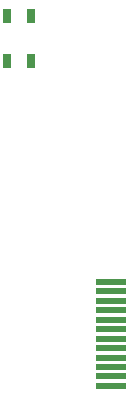
<source format=gbp>
G04 #@! TF.GenerationSoftware,KiCad,Pcbnew,8.0.7*
G04 #@! TF.CreationDate,2025-03-27T17:00:34+01:00*
G04 #@! TF.ProjectId,7-REV1B,372d5245-5631-4422-9e6b-696361645f70,rev?*
G04 #@! TF.SameCoordinates,Original*
G04 #@! TF.FileFunction,Paste,Bot*
G04 #@! TF.FilePolarity,Positive*
%FSLAX46Y46*%
G04 Gerber Fmt 4.6, Leading zero omitted, Abs format (unit mm)*
G04 Created by KiCad (PCBNEW 8.0.7) date 2025-03-27 17:00:34*
%MOMM*%
%LPD*%
G01*
G04 APERTURE LIST*
%ADD10R,0.700000X1.250000*%
%ADD11R,2.550000X0.600000*%
G04 APERTURE END LIST*
D10*
X130900000Y-68880000D03*
X130900000Y-65120000D03*
X128900000Y-68880000D03*
X128900000Y-65120000D03*
D11*
X137725000Y-96400000D03*
X137725000Y-95600000D03*
X137725000Y-94800000D03*
X137725000Y-94000000D03*
X137725000Y-93200000D03*
X137725000Y-92400000D03*
X137725000Y-91600000D03*
X137725000Y-90800000D03*
X137725000Y-90000000D03*
X137725000Y-89200000D03*
X137725000Y-88400000D03*
X137725000Y-87600000D03*
M02*

</source>
